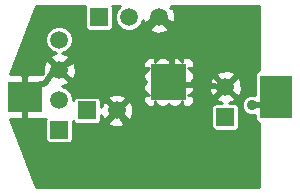
<source format=gbl>
G04 (created by PCBNEW (2013-07-07 BZR 4022)-stable) date 12/7/2014 2:09:54 AM*
%MOIN*%
G04 Gerber Fmt 3.4, Leading zero omitted, Abs format*
%FSLAX34Y34*%
G01*
G70*
G90*
G04 APERTURE LIST*
%ADD10C,0.00590551*%
%ADD11R,0.0393701X0.0393701*%
%ADD12R,0.0590551X0.0590551*%
%ADD13C,0.0590551*%
%ADD14R,0.1181X0.1024*%
%ADD15R,0.1102X0.1417*%
%ADD16C,0.0354331*%
%ADD17C,0.019685*%
%ADD18C,0.01*%
G04 APERTURE END LIST*
G54D10*
G54D11*
X46047Y-23508D03*
X46440Y-23508D03*
X45653Y-23508D03*
X45653Y-23114D03*
X46047Y-23114D03*
X46440Y-23114D03*
X45653Y-23901D03*
X46047Y-23901D03*
X46440Y-23901D03*
G54D12*
X42400Y-25100D03*
G54D13*
X42400Y-24100D03*
X42400Y-23100D03*
X42400Y-22100D03*
G54D12*
X43724Y-21349D03*
G54D13*
X44724Y-21349D03*
X45724Y-21349D03*
G54D12*
X47933Y-24673D03*
G54D13*
X47933Y-23673D03*
G54D14*
X41254Y-24000D03*
G54D15*
X49639Y-24000D03*
G54D12*
X43321Y-24463D03*
G54D13*
X44321Y-24463D03*
G54D16*
X48832Y-24284D03*
X46215Y-21637D03*
X45428Y-26082D03*
G54D17*
X49088Y-24284D02*
X48832Y-24284D01*
X49186Y-24284D02*
X49088Y-24284D01*
X49639Y-24000D02*
X49186Y-24284D01*
X44321Y-24463D02*
X45428Y-26082D01*
X44938Y-21859D02*
X45724Y-21349D01*
X42232Y-23116D02*
X44938Y-21859D01*
X41942Y-23528D02*
X42232Y-23116D01*
X41885Y-23586D02*
X41942Y-23528D01*
X41844Y-23586D02*
X41885Y-23586D01*
X41746Y-23586D02*
X41844Y-23586D01*
X41254Y-24000D02*
X41746Y-23586D01*
X45724Y-21349D02*
X46215Y-21637D01*
X46145Y-23015D02*
X46047Y-23114D01*
X46145Y-22917D02*
X46145Y-23015D01*
X46145Y-22876D02*
X46145Y-22917D01*
X46215Y-21637D02*
X46145Y-22876D01*
X46678Y-23606D02*
X47933Y-23673D01*
X46637Y-23606D02*
X46678Y-23606D01*
X46539Y-23606D02*
X46637Y-23606D01*
X46440Y-23508D02*
X46539Y-23606D01*
G54D10*
G36*
X45711Y-23098D02*
X45708Y-23099D01*
X45638Y-23169D01*
X45637Y-23172D01*
X45603Y-23172D01*
X45603Y-23164D01*
X45603Y-23123D01*
X45544Y-23064D01*
X45603Y-23064D01*
X45603Y-23004D01*
X45662Y-23064D01*
X45703Y-23064D01*
X45711Y-23064D01*
X45711Y-23098D01*
X45711Y-23098D01*
G37*
G54D18*
X45711Y-23098D02*
X45708Y-23099D01*
X45638Y-23169D01*
X45637Y-23172D01*
X45603Y-23172D01*
X45603Y-23164D01*
X45603Y-23123D01*
X45544Y-23064D01*
X45603Y-23064D01*
X45603Y-23004D01*
X45662Y-23064D01*
X45703Y-23064D01*
X45711Y-23064D01*
X45711Y-23098D01*
G54D10*
G36*
X45711Y-23951D02*
X45703Y-23951D01*
X45662Y-23951D01*
X45603Y-24011D01*
X45603Y-23951D01*
X45544Y-23951D01*
X45603Y-23892D01*
X45603Y-23851D01*
X45603Y-23843D01*
X45637Y-23843D01*
X45638Y-23846D01*
X45708Y-23916D01*
X45711Y-23917D01*
X45711Y-23951D01*
X45711Y-23951D01*
G37*
G54D18*
X45711Y-23951D02*
X45703Y-23951D01*
X45662Y-23951D01*
X45603Y-24011D01*
X45603Y-23951D01*
X45544Y-23951D01*
X45603Y-23892D01*
X45603Y-23851D01*
X45603Y-23843D01*
X45637Y-23843D01*
X45638Y-23846D01*
X45708Y-23916D01*
X45711Y-23917D01*
X45711Y-23951D01*
G54D10*
G36*
X46550Y-23064D02*
X46490Y-23123D01*
X46490Y-23164D01*
X46490Y-23172D01*
X46457Y-23172D01*
X46455Y-23169D01*
X46385Y-23099D01*
X46383Y-23098D01*
X46383Y-23064D01*
X46390Y-23064D01*
X46431Y-23064D01*
X46490Y-23004D01*
X46490Y-23064D01*
X46550Y-23064D01*
X46550Y-23064D01*
G37*
G54D18*
X46550Y-23064D02*
X46490Y-23123D01*
X46490Y-23164D01*
X46490Y-23172D01*
X46457Y-23172D01*
X46455Y-23169D01*
X46385Y-23099D01*
X46383Y-23098D01*
X46383Y-23064D01*
X46390Y-23064D01*
X46431Y-23064D01*
X46490Y-23004D01*
X46490Y-23064D01*
X46550Y-23064D01*
G54D10*
G36*
X46550Y-23951D02*
X46490Y-23951D01*
X46490Y-24011D01*
X46431Y-23951D01*
X46390Y-23951D01*
X46383Y-23951D01*
X46383Y-23917D01*
X46385Y-23916D01*
X46455Y-23846D01*
X46457Y-23843D01*
X46490Y-23843D01*
X46490Y-23851D01*
X46490Y-23892D01*
X46550Y-23951D01*
X46550Y-23951D01*
G37*
G54D18*
X46550Y-23951D02*
X46490Y-23951D01*
X46490Y-24011D01*
X46431Y-23951D01*
X46390Y-23951D01*
X46383Y-23951D01*
X46383Y-23917D01*
X46385Y-23916D01*
X46455Y-23846D01*
X46457Y-23843D01*
X46490Y-23843D01*
X46490Y-23851D01*
X46490Y-23892D01*
X46550Y-23951D01*
G54D10*
G36*
X49060Y-24876D02*
X49052Y-24920D01*
X49052Y-27012D01*
X48483Y-27012D01*
X48483Y-23753D01*
X48472Y-23537D01*
X48411Y-23388D01*
X48316Y-23361D01*
X48245Y-23432D01*
X48245Y-23290D01*
X48218Y-23195D01*
X48014Y-23123D01*
X47797Y-23134D01*
X47648Y-23195D01*
X47622Y-23290D01*
X47933Y-23602D01*
X48245Y-23290D01*
X48245Y-23432D01*
X48004Y-23673D01*
X48316Y-23985D01*
X48411Y-23958D01*
X48483Y-23753D01*
X48483Y-27012D01*
X48397Y-27012D01*
X48397Y-24935D01*
X48397Y-24344D01*
X48371Y-24282D01*
X48324Y-24235D01*
X48262Y-24209D01*
X48195Y-24209D01*
X48075Y-24209D01*
X48218Y-24150D01*
X48245Y-24055D01*
X47933Y-23743D01*
X47863Y-23814D01*
X47863Y-23673D01*
X47551Y-23361D01*
X47456Y-23388D01*
X47383Y-23592D01*
X47394Y-23809D01*
X47456Y-23958D01*
X47551Y-23985D01*
X47863Y-23673D01*
X47863Y-23814D01*
X47622Y-24055D01*
X47648Y-24150D01*
X47815Y-24209D01*
X47605Y-24209D01*
X47543Y-24235D01*
X47496Y-24282D01*
X47470Y-24344D01*
X47470Y-24411D01*
X47470Y-25001D01*
X47495Y-25063D01*
X47543Y-25110D01*
X47604Y-25136D01*
X47671Y-25136D01*
X48262Y-25136D01*
X48324Y-25111D01*
X48371Y-25063D01*
X48397Y-25002D01*
X48397Y-24935D01*
X48397Y-27012D01*
X46887Y-27012D01*
X46887Y-24049D01*
X46887Y-24014D01*
X46825Y-23951D01*
X46695Y-23951D01*
X46779Y-23916D01*
X46849Y-23846D01*
X46863Y-23813D01*
X46887Y-23789D01*
X46887Y-23754D01*
X46887Y-23704D01*
X46887Y-23655D01*
X46887Y-23620D01*
X46863Y-23596D01*
X46849Y-23563D01*
X46794Y-23508D01*
X46849Y-23452D01*
X46863Y-23420D01*
X46887Y-23395D01*
X46887Y-23360D01*
X46887Y-23311D01*
X46887Y-23261D01*
X46887Y-23226D01*
X46863Y-23202D01*
X46849Y-23169D01*
X46779Y-23099D01*
X46695Y-23064D01*
X46825Y-23064D01*
X46887Y-23001D01*
X46887Y-22966D01*
X46887Y-22867D01*
X46849Y-22775D01*
X46779Y-22705D01*
X46687Y-22667D01*
X46553Y-22667D01*
X46490Y-22729D01*
X46490Y-22860D01*
X46455Y-22775D01*
X46385Y-22705D01*
X46352Y-22691D01*
X46328Y-22667D01*
X46293Y-22667D01*
X46293Y-22667D01*
X46274Y-22667D01*
X46244Y-22667D01*
X46194Y-22667D01*
X46194Y-22667D01*
X46159Y-22667D01*
X46135Y-22691D01*
X46102Y-22705D01*
X46047Y-22760D01*
X46036Y-22749D01*
X46036Y-21732D01*
X45724Y-21420D01*
X45412Y-21732D01*
X45439Y-21827D01*
X45643Y-21899D01*
X45860Y-21888D01*
X46009Y-21827D01*
X46036Y-21732D01*
X46036Y-22749D01*
X45991Y-22705D01*
X45959Y-22691D01*
X45934Y-22667D01*
X45899Y-22667D01*
X45899Y-22667D01*
X45850Y-22667D01*
X45800Y-22667D01*
X45800Y-22667D01*
X45766Y-22667D01*
X45741Y-22691D01*
X45708Y-22705D01*
X45638Y-22775D01*
X45603Y-22860D01*
X45603Y-22729D01*
X45541Y-22667D01*
X45407Y-22667D01*
X45315Y-22705D01*
X45244Y-22775D01*
X45206Y-22867D01*
X45206Y-22966D01*
X45206Y-23001D01*
X45269Y-23064D01*
X45399Y-23064D01*
X45315Y-23099D01*
X45244Y-23169D01*
X45231Y-23202D01*
X45206Y-23226D01*
X45206Y-23261D01*
X45206Y-23311D01*
X45206Y-23360D01*
X45206Y-23395D01*
X45231Y-23420D01*
X45244Y-23452D01*
X45300Y-23508D01*
X45244Y-23563D01*
X45231Y-23596D01*
X45206Y-23620D01*
X45206Y-23655D01*
X45206Y-23704D01*
X45206Y-23754D01*
X45206Y-23789D01*
X45231Y-23813D01*
X45244Y-23846D01*
X45315Y-23916D01*
X45399Y-23951D01*
X45269Y-23951D01*
X45206Y-24014D01*
X45206Y-24049D01*
X45206Y-24148D01*
X45244Y-24240D01*
X45315Y-24310D01*
X45407Y-24348D01*
X45541Y-24348D01*
X45603Y-24286D01*
X45603Y-24156D01*
X45638Y-24240D01*
X45708Y-24310D01*
X45741Y-24324D01*
X45766Y-24348D01*
X45800Y-24348D01*
X45800Y-24348D01*
X45850Y-24348D01*
X45899Y-24348D01*
X45899Y-24348D01*
X45934Y-24348D01*
X45959Y-24324D01*
X45991Y-24310D01*
X46047Y-24255D01*
X46102Y-24310D01*
X46135Y-24324D01*
X46159Y-24348D01*
X46194Y-24348D01*
X46194Y-24348D01*
X46244Y-24348D01*
X46293Y-24348D01*
X46293Y-24348D01*
X46328Y-24348D01*
X46352Y-24324D01*
X46385Y-24310D01*
X46455Y-24240D01*
X46490Y-24156D01*
X46490Y-24286D01*
X46553Y-24348D01*
X46687Y-24348D01*
X46779Y-24310D01*
X46849Y-24240D01*
X46887Y-24148D01*
X46887Y-24049D01*
X46887Y-27012D01*
X44871Y-27012D01*
X44871Y-24543D01*
X44860Y-24327D01*
X44798Y-24178D01*
X44703Y-24151D01*
X44633Y-24222D01*
X44633Y-24080D01*
X44606Y-23985D01*
X44402Y-23913D01*
X44185Y-23924D01*
X44036Y-23985D01*
X44009Y-24080D01*
X44321Y-24392D01*
X44633Y-24080D01*
X44633Y-24222D01*
X44392Y-24463D01*
X44703Y-24774D01*
X44798Y-24748D01*
X44871Y-24543D01*
X44871Y-27012D01*
X44633Y-27012D01*
X44633Y-24845D01*
X44321Y-24533D01*
X44250Y-24604D01*
X44250Y-24463D01*
X43938Y-24151D01*
X43844Y-24178D01*
X43784Y-24344D01*
X43784Y-24134D01*
X43759Y-24072D01*
X43712Y-24025D01*
X43650Y-23999D01*
X43583Y-23999D01*
X42992Y-23999D01*
X42950Y-24017D01*
X42950Y-23180D01*
X42939Y-22963D01*
X42877Y-22814D01*
X42863Y-22811D01*
X42863Y-22008D01*
X42793Y-21837D01*
X42662Y-21707D01*
X42492Y-21636D01*
X42308Y-21636D01*
X42137Y-21706D01*
X42007Y-21837D01*
X41936Y-22007D01*
X41936Y-22191D01*
X42006Y-22362D01*
X42137Y-22492D01*
X42297Y-22559D01*
X42263Y-22560D01*
X42114Y-22622D01*
X42088Y-22717D01*
X42400Y-23029D01*
X42711Y-22717D01*
X42685Y-22622D01*
X42504Y-22558D01*
X42662Y-22493D01*
X42792Y-22362D01*
X42863Y-22192D01*
X42863Y-22008D01*
X42863Y-22811D01*
X42782Y-22788D01*
X42470Y-23100D01*
X42782Y-23411D01*
X42877Y-23385D01*
X42950Y-23180D01*
X42950Y-24017D01*
X42931Y-24025D01*
X42883Y-24072D01*
X42863Y-24121D01*
X42863Y-24008D01*
X42793Y-23837D01*
X42662Y-23707D01*
X42502Y-23640D01*
X42536Y-23639D01*
X42685Y-23577D01*
X42711Y-23482D01*
X42400Y-23170D01*
X42394Y-23176D01*
X42323Y-23105D01*
X42329Y-23100D01*
X42017Y-22788D01*
X41922Y-22814D01*
X41849Y-23019D01*
X41860Y-23236D01*
X41861Y-23237D01*
X41366Y-23238D01*
X41304Y-23300D01*
X41304Y-23950D01*
X41311Y-23950D01*
X41311Y-24050D01*
X41304Y-24050D01*
X41304Y-24699D01*
X41366Y-24762D01*
X41894Y-24762D01*
X41950Y-24738D01*
X41936Y-24771D01*
X41936Y-24838D01*
X41936Y-25428D01*
X41962Y-25490D01*
X42009Y-25537D01*
X42071Y-25563D01*
X42138Y-25563D01*
X42728Y-25563D01*
X42790Y-25537D01*
X42837Y-25490D01*
X42863Y-25428D01*
X42863Y-25361D01*
X42863Y-24804D01*
X42883Y-24853D01*
X42930Y-24900D01*
X42992Y-24926D01*
X43059Y-24926D01*
X43649Y-24926D01*
X43711Y-24901D01*
X43759Y-24853D01*
X43784Y-24792D01*
X43784Y-24725D01*
X43784Y-24605D01*
X43844Y-24748D01*
X43938Y-24774D01*
X44250Y-24463D01*
X44250Y-24604D01*
X44009Y-24845D01*
X44036Y-24940D01*
X44240Y-25013D01*
X44457Y-25002D01*
X44606Y-24940D01*
X44633Y-24845D01*
X44633Y-27012D01*
X41627Y-27012D01*
X40763Y-24762D01*
X41141Y-24762D01*
X41204Y-24699D01*
X41204Y-24050D01*
X41196Y-24050D01*
X41196Y-23950D01*
X41204Y-23950D01*
X41204Y-23300D01*
X41141Y-23238D01*
X40763Y-23237D01*
X41627Y-20987D01*
X43274Y-20987D01*
X43261Y-21020D01*
X43260Y-21087D01*
X43260Y-21678D01*
X43286Y-21740D01*
X43333Y-21787D01*
X43395Y-21813D01*
X43462Y-21813D01*
X44052Y-21813D01*
X44114Y-21787D01*
X44162Y-21740D01*
X44187Y-21678D01*
X44187Y-21611D01*
X44187Y-21021D01*
X44174Y-20987D01*
X44431Y-20987D01*
X44331Y-21086D01*
X44261Y-21257D01*
X44260Y-21441D01*
X44331Y-21611D01*
X44461Y-21742D01*
X44631Y-21813D01*
X44816Y-21813D01*
X44986Y-21742D01*
X45117Y-21612D01*
X45183Y-21452D01*
X45185Y-21485D01*
X45247Y-21634D01*
X45341Y-21661D01*
X45653Y-21349D01*
X45648Y-21344D01*
X45718Y-21273D01*
X45724Y-21279D01*
X45729Y-21273D01*
X45800Y-21344D01*
X45795Y-21349D01*
X46106Y-21661D01*
X46201Y-21634D01*
X46274Y-21430D01*
X46263Y-21213D01*
X46201Y-21064D01*
X46106Y-21037D01*
X46152Y-20992D01*
X46147Y-20987D01*
X49052Y-20987D01*
X49052Y-23080D01*
X49060Y-23123D01*
X49054Y-23123D01*
X48992Y-23148D01*
X48945Y-23196D01*
X48919Y-23257D01*
X48919Y-23324D01*
X48919Y-23947D01*
X48901Y-23939D01*
X48763Y-23939D01*
X48636Y-23991D01*
X48539Y-24088D01*
X48486Y-24215D01*
X48486Y-24352D01*
X48539Y-24479D01*
X48636Y-24577D01*
X48763Y-24629D01*
X48900Y-24629D01*
X48919Y-24621D01*
X48919Y-24741D01*
X48945Y-24803D01*
X48992Y-24850D01*
X49054Y-24876D01*
X49060Y-24876D01*
X49060Y-24876D01*
G37*
G54D18*
X49060Y-24876D02*
X49052Y-24920D01*
X49052Y-27012D01*
X48483Y-27012D01*
X48483Y-23753D01*
X48472Y-23537D01*
X48411Y-23388D01*
X48316Y-23361D01*
X48245Y-23432D01*
X48245Y-23290D01*
X48218Y-23195D01*
X48014Y-23123D01*
X47797Y-23134D01*
X47648Y-23195D01*
X47622Y-23290D01*
X47933Y-23602D01*
X48245Y-23290D01*
X48245Y-23432D01*
X48004Y-23673D01*
X48316Y-23985D01*
X48411Y-23958D01*
X48483Y-23753D01*
X48483Y-27012D01*
X48397Y-27012D01*
X48397Y-24935D01*
X48397Y-24344D01*
X48371Y-24282D01*
X48324Y-24235D01*
X48262Y-24209D01*
X48195Y-24209D01*
X48075Y-24209D01*
X48218Y-24150D01*
X48245Y-24055D01*
X47933Y-23743D01*
X47863Y-23814D01*
X47863Y-23673D01*
X47551Y-23361D01*
X47456Y-23388D01*
X47383Y-23592D01*
X47394Y-23809D01*
X47456Y-23958D01*
X47551Y-23985D01*
X47863Y-23673D01*
X47863Y-23814D01*
X47622Y-24055D01*
X47648Y-24150D01*
X47815Y-24209D01*
X47605Y-24209D01*
X47543Y-24235D01*
X47496Y-24282D01*
X47470Y-24344D01*
X47470Y-24411D01*
X47470Y-25001D01*
X47495Y-25063D01*
X47543Y-25110D01*
X47604Y-25136D01*
X47671Y-25136D01*
X48262Y-25136D01*
X48324Y-25111D01*
X48371Y-25063D01*
X48397Y-25002D01*
X48397Y-24935D01*
X48397Y-27012D01*
X46887Y-27012D01*
X46887Y-24049D01*
X46887Y-24014D01*
X46825Y-23951D01*
X46695Y-23951D01*
X46779Y-23916D01*
X46849Y-23846D01*
X46863Y-23813D01*
X46887Y-23789D01*
X46887Y-23754D01*
X46887Y-23704D01*
X46887Y-23655D01*
X46887Y-23620D01*
X46863Y-23596D01*
X46849Y-23563D01*
X46794Y-23508D01*
X46849Y-23452D01*
X46863Y-23420D01*
X46887Y-23395D01*
X46887Y-23360D01*
X46887Y-23311D01*
X46887Y-23261D01*
X46887Y-23226D01*
X46863Y-23202D01*
X46849Y-23169D01*
X46779Y-23099D01*
X46695Y-23064D01*
X46825Y-23064D01*
X46887Y-23001D01*
X46887Y-22966D01*
X46887Y-22867D01*
X46849Y-22775D01*
X46779Y-22705D01*
X46687Y-22667D01*
X46553Y-22667D01*
X46490Y-22729D01*
X46490Y-22860D01*
X46455Y-22775D01*
X46385Y-22705D01*
X46352Y-22691D01*
X46328Y-22667D01*
X46293Y-22667D01*
X46293Y-22667D01*
X46274Y-22667D01*
X46244Y-22667D01*
X46194Y-22667D01*
X46194Y-22667D01*
X46159Y-22667D01*
X46135Y-22691D01*
X46102Y-22705D01*
X46047Y-22760D01*
X46036Y-22749D01*
X46036Y-21732D01*
X45724Y-21420D01*
X45412Y-21732D01*
X45439Y-21827D01*
X45643Y-21899D01*
X45860Y-21888D01*
X46009Y-21827D01*
X46036Y-21732D01*
X46036Y-22749D01*
X45991Y-22705D01*
X45959Y-22691D01*
X45934Y-22667D01*
X45899Y-22667D01*
X45899Y-22667D01*
X45850Y-22667D01*
X45800Y-22667D01*
X45800Y-22667D01*
X45766Y-22667D01*
X45741Y-22691D01*
X45708Y-22705D01*
X45638Y-22775D01*
X45603Y-22860D01*
X45603Y-22729D01*
X45541Y-22667D01*
X45407Y-22667D01*
X45315Y-22705D01*
X45244Y-22775D01*
X45206Y-22867D01*
X45206Y-22966D01*
X45206Y-23001D01*
X45269Y-23064D01*
X45399Y-23064D01*
X45315Y-23099D01*
X45244Y-23169D01*
X45231Y-23202D01*
X45206Y-23226D01*
X45206Y-23261D01*
X45206Y-23311D01*
X45206Y-23360D01*
X45206Y-23395D01*
X45231Y-23420D01*
X45244Y-23452D01*
X45300Y-23508D01*
X45244Y-23563D01*
X45231Y-23596D01*
X45206Y-23620D01*
X45206Y-23655D01*
X45206Y-23704D01*
X45206Y-23754D01*
X45206Y-23789D01*
X45231Y-23813D01*
X45244Y-23846D01*
X45315Y-23916D01*
X45399Y-23951D01*
X45269Y-23951D01*
X45206Y-24014D01*
X45206Y-24049D01*
X45206Y-24148D01*
X45244Y-24240D01*
X45315Y-24310D01*
X45407Y-24348D01*
X45541Y-24348D01*
X45603Y-24286D01*
X45603Y-24156D01*
X45638Y-24240D01*
X45708Y-24310D01*
X45741Y-24324D01*
X45766Y-24348D01*
X45800Y-24348D01*
X45800Y-24348D01*
X45850Y-24348D01*
X45899Y-24348D01*
X45899Y-24348D01*
X45934Y-24348D01*
X45959Y-24324D01*
X45991Y-24310D01*
X46047Y-24255D01*
X46102Y-24310D01*
X46135Y-24324D01*
X46159Y-24348D01*
X46194Y-24348D01*
X46194Y-24348D01*
X46244Y-24348D01*
X46293Y-24348D01*
X46293Y-24348D01*
X46328Y-24348D01*
X46352Y-24324D01*
X46385Y-24310D01*
X46455Y-24240D01*
X46490Y-24156D01*
X46490Y-24286D01*
X46553Y-24348D01*
X46687Y-24348D01*
X46779Y-24310D01*
X46849Y-24240D01*
X46887Y-24148D01*
X46887Y-24049D01*
X46887Y-27012D01*
X44871Y-27012D01*
X44871Y-24543D01*
X44860Y-24327D01*
X44798Y-24178D01*
X44703Y-24151D01*
X44633Y-24222D01*
X44633Y-24080D01*
X44606Y-23985D01*
X44402Y-23913D01*
X44185Y-23924D01*
X44036Y-23985D01*
X44009Y-24080D01*
X44321Y-24392D01*
X44633Y-24080D01*
X44633Y-24222D01*
X44392Y-24463D01*
X44703Y-24774D01*
X44798Y-24748D01*
X44871Y-24543D01*
X44871Y-27012D01*
X44633Y-27012D01*
X44633Y-24845D01*
X44321Y-24533D01*
X44250Y-24604D01*
X44250Y-24463D01*
X43938Y-24151D01*
X43844Y-24178D01*
X43784Y-24344D01*
X43784Y-24134D01*
X43759Y-24072D01*
X43712Y-24025D01*
X43650Y-23999D01*
X43583Y-23999D01*
X42992Y-23999D01*
X42950Y-24017D01*
X42950Y-23180D01*
X42939Y-22963D01*
X42877Y-22814D01*
X42863Y-22811D01*
X42863Y-22008D01*
X42793Y-21837D01*
X42662Y-21707D01*
X42492Y-21636D01*
X42308Y-21636D01*
X42137Y-21706D01*
X42007Y-21837D01*
X41936Y-22007D01*
X41936Y-22191D01*
X42006Y-22362D01*
X42137Y-22492D01*
X42297Y-22559D01*
X42263Y-22560D01*
X42114Y-22622D01*
X42088Y-22717D01*
X42400Y-23029D01*
X42711Y-22717D01*
X42685Y-22622D01*
X42504Y-22558D01*
X42662Y-22493D01*
X42792Y-22362D01*
X42863Y-22192D01*
X42863Y-22008D01*
X42863Y-22811D01*
X42782Y-22788D01*
X42470Y-23100D01*
X42782Y-23411D01*
X42877Y-23385D01*
X42950Y-23180D01*
X42950Y-24017D01*
X42931Y-24025D01*
X42883Y-24072D01*
X42863Y-24121D01*
X42863Y-24008D01*
X42793Y-23837D01*
X42662Y-23707D01*
X42502Y-23640D01*
X42536Y-23639D01*
X42685Y-23577D01*
X42711Y-23482D01*
X42400Y-23170D01*
X42394Y-23176D01*
X42323Y-23105D01*
X42329Y-23100D01*
X42017Y-22788D01*
X41922Y-22814D01*
X41849Y-23019D01*
X41860Y-23236D01*
X41861Y-23237D01*
X41366Y-23238D01*
X41304Y-23300D01*
X41304Y-23950D01*
X41311Y-23950D01*
X41311Y-24050D01*
X41304Y-24050D01*
X41304Y-24699D01*
X41366Y-24762D01*
X41894Y-24762D01*
X41950Y-24738D01*
X41936Y-24771D01*
X41936Y-24838D01*
X41936Y-25428D01*
X41962Y-25490D01*
X42009Y-25537D01*
X42071Y-25563D01*
X42138Y-25563D01*
X42728Y-25563D01*
X42790Y-25537D01*
X42837Y-25490D01*
X42863Y-25428D01*
X42863Y-25361D01*
X42863Y-24804D01*
X42883Y-24853D01*
X42930Y-24900D01*
X42992Y-24926D01*
X43059Y-24926D01*
X43649Y-24926D01*
X43711Y-24901D01*
X43759Y-24853D01*
X43784Y-24792D01*
X43784Y-24725D01*
X43784Y-24605D01*
X43844Y-24748D01*
X43938Y-24774D01*
X44250Y-24463D01*
X44250Y-24604D01*
X44009Y-24845D01*
X44036Y-24940D01*
X44240Y-25013D01*
X44457Y-25002D01*
X44606Y-24940D01*
X44633Y-24845D01*
X44633Y-27012D01*
X41627Y-27012D01*
X40763Y-24762D01*
X41141Y-24762D01*
X41204Y-24699D01*
X41204Y-24050D01*
X41196Y-24050D01*
X41196Y-23950D01*
X41204Y-23950D01*
X41204Y-23300D01*
X41141Y-23238D01*
X40763Y-23237D01*
X41627Y-20987D01*
X43274Y-20987D01*
X43261Y-21020D01*
X43260Y-21087D01*
X43260Y-21678D01*
X43286Y-21740D01*
X43333Y-21787D01*
X43395Y-21813D01*
X43462Y-21813D01*
X44052Y-21813D01*
X44114Y-21787D01*
X44162Y-21740D01*
X44187Y-21678D01*
X44187Y-21611D01*
X44187Y-21021D01*
X44174Y-20987D01*
X44431Y-20987D01*
X44331Y-21086D01*
X44261Y-21257D01*
X44260Y-21441D01*
X44331Y-21611D01*
X44461Y-21742D01*
X44631Y-21813D01*
X44816Y-21813D01*
X44986Y-21742D01*
X45117Y-21612D01*
X45183Y-21452D01*
X45185Y-21485D01*
X45247Y-21634D01*
X45341Y-21661D01*
X45653Y-21349D01*
X45648Y-21344D01*
X45718Y-21273D01*
X45724Y-21279D01*
X45729Y-21273D01*
X45800Y-21344D01*
X45795Y-21349D01*
X46106Y-21661D01*
X46201Y-21634D01*
X46274Y-21430D01*
X46263Y-21213D01*
X46201Y-21064D01*
X46106Y-21037D01*
X46152Y-20992D01*
X46147Y-20987D01*
X49052Y-20987D01*
X49052Y-23080D01*
X49060Y-23123D01*
X49054Y-23123D01*
X48992Y-23148D01*
X48945Y-23196D01*
X48919Y-23257D01*
X48919Y-23324D01*
X48919Y-23947D01*
X48901Y-23939D01*
X48763Y-23939D01*
X48636Y-23991D01*
X48539Y-24088D01*
X48486Y-24215D01*
X48486Y-24352D01*
X48539Y-24479D01*
X48636Y-24577D01*
X48763Y-24629D01*
X48900Y-24629D01*
X48919Y-24621D01*
X48919Y-24741D01*
X48945Y-24803D01*
X48992Y-24850D01*
X49054Y-24876D01*
X49060Y-24876D01*
M02*

</source>
